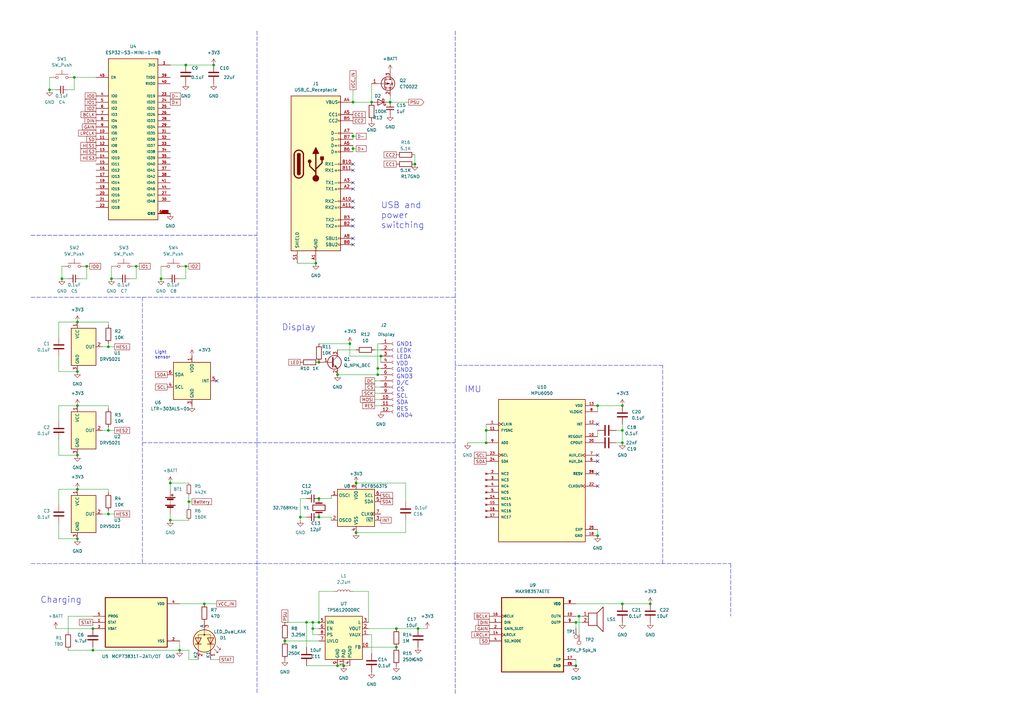
<source format=kicad_sch>
(kicad_sch (version 20211123) (generator eeschema)
  (paper "A3")
  (junction (at 199.39 176.53))
  (junction (at 38.1 257.81))
  (junction (at 255.27 181.61))
  (junction (at 130.81 255.27))
  (junction (at 130.81 204.47))
  (junction (at 125.73 255.27))
  (junction (at 170.18 67.31))
  (junction (at 144.78 60.96))
  (junction (at 83.82 247.65))
  (junction (at 245.11 166.37))
  (junction (at 69.85 213.36))
  (junction (at 138.43 273.05))
  (junction (at 44.45 142.24))
  (junction (at 255.27 166.37))
  (junction (at 128.27 255.27))
  (junction (at 87.63 26.67))
  (junction (at 30.48 31.75))
  (junction (at 154.94 153.67))
  (junction (at 44.45 176.53))
  (junction (at 156.21 146.05))
  (junction (at 144.78 55.88))
  (junction (at 237.49 252.73))
  (junction (at 162.56 257.81))
  (junction (at 236.22 255.27))
  (junction (at 130.81 212.09))
  (junction (at 116.84 262.89))
  (junction (at 44.45 210.82))
  (junction (at 129.54 107.95))
  (junction (at 199.39 181.61))
  (junction (at 152.4 41.91))
  (junction (at 31.75 166.37))
  (junction (at 45.72 114.3))
  (junction (at 143.51 140.97))
  (junction (at 69.85 198.12))
  (junction (at 31.75 186.69))
  (junction (at 66.04 114.3))
  (junction (at 25.4 114.3))
  (junction (at 20.32 36.83))
  (junction (at 236.22 273.05))
  (junction (at 266.7 247.65))
  (junction (at 140.97 273.05))
  (junction (at 245.11 219.71))
  (junction (at 38.1 266.7))
  (junction (at 55.88 109.22))
  (junction (at 146.05 218.44))
  (junction (at 162.56 265.43))
  (junction (at 255.27 176.53))
  (junction (at 160.02 41.91))
  (junction (at 171.45 257.81))
  (junction (at 31.75 220.98))
  (junction (at 130.81 148.59))
  (junction (at 73.66 266.7))
  (junction (at 128.27 257.81))
  (junction (at 154.94 151.13))
  (junction (at 31.75 200.66))
  (junction (at 31.75 152.4))
  (junction (at 35.56 109.22))
  (junction (at 31.75 132.08))
  (junction (at 255.27 247.65))
  (junction (at 77.47 205.74))
  (junction (at 123.19 212.09))
  (junction (at 76.2 109.22))
  (junction (at 138.43 153.67))
  (junction (at 144.78 41.91))
  (junction (at 146.05 198.12))
  (junction (at 76.2 26.67))
  (no_connect (at 144.78 69.85))
  (no_connect (at 144.78 92.71))
  (no_connect (at 245.11 199.39))
  (no_connect (at 144.78 67.31))
  (no_connect (at 245.11 194.31))
  (no_connect (at 245.11 173.99))
  (no_connect (at 144.78 82.55))
  (no_connect (at 88.9 156.21))
  (no_connect (at 144.78 90.17))
  (no_connect (at 144.78 85.09))
  (no_connect (at 144.78 100.33))
  (no_connect (at 144.78 97.79))
  (no_connect (at 245.11 189.23))
  (no_connect (at 144.78 77.47))
  (no_connect (at 245.11 186.69))
  (no_connect (at 144.78 74.93))
  (wire (pts (xy 77.47 270.51) (xy 77.47 266.7)))
  (wire (pts (xy 66.04 114.3) (xy 68.58 114.3)))
  (wire (pts (xy 27.94 252.73) (xy 27.94 259.08)))
  (wire (pts (xy 20.32 36.83) (xy 22.86 36.83)))
  (wire (pts (xy 45.72 109.22) (xy 45.72 114.3)))
  (wire (pts (xy 44.45 176.53) (xy 44.45 175.26)))
  (wire (pts (xy 38.1 266.7) (xy 38.1 265.43)))
  (wire (pts (xy 151.13 242.57) (xy 151.13 255.27)))
  (wire (pts (xy 152.4 260.35) (xy 152.4 267.97)))
  (polyline (pts (xy 12.7 231.14) (xy 58.42 231.14)))
  (wire (pts (xy 255.27 176.53) (xy 255.27 173.99)))
  (wire (pts (xy 123.19 212.09) (xy 123.19 213.36)))
  (wire (pts (xy 128.27 257.81) (xy 128.27 260.35)))
  (wire (pts (xy 130.81 140.97) (xy 143.51 140.97)))
  (wire (pts (xy 24.13 220.98) (xy 31.75 220.98)))
  (wire (pts (xy 156.21 146.05) (xy 156.21 148.59)))
  (polyline (pts (xy 58.42 181.61) (xy 105.41 181.61)))
  (wire (pts (xy 125.73 255.27) (xy 128.27 255.27)))
  (wire (pts (xy 153.67 156.21) (xy 156.21 156.21)))
  (wire (pts (xy 77.47 203.2) (xy 77.47 205.74)))
  (wire (pts (xy 45.72 114.3) (xy 48.26 114.3)))
  (wire (pts (xy 30.48 31.75) (xy 30.48 36.83)))
  (wire (pts (xy 69.85 198.12) (xy 69.85 200.66)))
  (wire (pts (xy 140.97 273.05) (xy 143.51 273.05)))
  (wire (pts (xy 166.37 218.44) (xy 166.37 213.36)))
  (wire (pts (xy 130.81 212.09) (xy 135.89 212.09)))
  (wire (pts (xy 170.18 63.5) (xy 170.18 67.31)))
  (wire (pts (xy 83.82 247.65) (xy 88.9 247.65)))
  (polyline (pts (xy 186.69 12.7) (xy 186.69 121.92)))
  (wire (pts (xy 44.45 201.93) (xy 44.45 200.66)))
  (polyline (pts (xy 271.78 231.14) (xy 271.78 149.86)))
  (wire (pts (xy 38.1 252.73) (xy 27.94 252.73)))
  (wire (pts (xy 76.2 109.22) (xy 77.47 109.22)))
  (wire (pts (xy 76.2 26.67) (xy 69.85 26.67)))
  (wire (pts (xy 144.78 59.69) (xy 144.78 60.96)))
  (wire (pts (xy 24.13 166.37) (xy 24.13 172.72)))
  (wire (pts (xy 236.22 252.73) (xy 237.49 252.73)))
  (polyline (pts (xy 271.78 149.86) (xy 186.69 149.86)))
  (wire (pts (xy 35.56 109.22) (xy 35.56 114.3)))
  (wire (pts (xy 125.73 204.47) (xy 123.19 204.47)))
  (wire (pts (xy 245.11 176.53) (xy 245.11 179.07)))
  (wire (pts (xy 123.19 204.47) (xy 123.19 212.09)))
  (wire (pts (xy 69.85 198.12) (xy 77.47 198.12)))
  (wire (pts (xy 55.88 109.22) (xy 55.88 114.3)))
  (wire (pts (xy 128.27 255.27) (xy 128.27 257.81)))
  (wire (pts (xy 130.81 242.57) (xy 137.16 242.57)))
  (wire (pts (xy 171.45 257.81) (xy 162.56 257.81)))
  (wire (pts (xy 237.49 252.73) (xy 237.49 260.35)))
  (wire (pts (xy 41.91 210.82) (xy 44.45 210.82)))
  (wire (pts (xy 81.28 270.51) (xy 77.47 270.51)))
  (wire (pts (xy 22.86 257.81) (xy 38.1 257.81)))
  (wire (pts (xy 25.4 114.3) (xy 27.94 114.3)))
  (wire (pts (xy 44.45 142.24) (xy 46.99 142.24)))
  (wire (pts (xy 151.13 265.43) (xy 162.56 265.43)))
  (polyline (pts (xy 58.42 121.92) (xy 58.42 231.14)))
  (wire (pts (xy 144.78 55.88) (xy 144.78 57.15)))
  (wire (pts (xy 154.94 153.67) (xy 156.21 153.67)))
  (wire (pts (xy 73.66 266.7) (xy 38.1 266.7)))
  (wire (pts (xy 44.45 200.66) (xy 31.75 200.66)))
  (wire (pts (xy 237.49 252.73) (xy 238.76 252.73)))
  (wire (pts (xy 44.45 167.64) (xy 44.45 166.37)))
  (wire (pts (xy 33.02 114.3) (xy 35.56 114.3)))
  (wire (pts (xy 153.67 161.29) (xy 156.21 161.29)))
  (wire (pts (xy 175.26 257.81) (xy 171.45 257.81)))
  (wire (pts (xy 30.48 31.75) (xy 39.37 31.75)))
  (wire (pts (xy 73.66 262.89) (xy 73.66 266.7)))
  (wire (pts (xy 53.34 114.3) (xy 55.88 114.3)))
  (polyline (pts (xy 12.7 121.92) (xy 105.41 121.92)))
  (wire (pts (xy 69.85 213.36) (xy 69.85 210.82)))
  (wire (pts (xy 128.27 255.27) (xy 130.81 255.27)))
  (polyline (pts (xy 105.41 181.61) (xy 186.69 181.61)))
  (wire (pts (xy 123.19 212.09) (xy 125.73 212.09)))
  (wire (pts (xy 135.89 204.47) (xy 135.89 203.2)))
  (wire (pts (xy 44.45 210.82) (xy 44.45 209.55)))
  (wire (pts (xy 44.45 210.82) (xy 46.99 210.82)))
  (polyline (pts (xy 105.41 231.14) (xy 186.69 231.14)))
  (wire (pts (xy 24.13 132.08) (xy 24.13 138.43)))
  (wire (pts (xy 236.22 247.65) (xy 255.27 247.65)))
  (wire (pts (xy 128.27 257.81) (xy 130.81 257.81)))
  (polyline (pts (xy 186.69 231.14) (xy 299.72 231.14)))
  (wire (pts (xy 24.13 146.05) (xy 24.13 152.4)))
  (wire (pts (xy 154.94 151.13) (xy 156.21 151.13)))
  (wire (pts (xy 252.73 181.61) (xy 255.27 181.61)))
  (wire (pts (xy 144.78 36.83) (xy 144.78 41.91)))
  (wire (pts (xy 125.73 273.05) (xy 138.43 273.05)))
  (wire (pts (xy 156.21 140.97) (xy 154.94 140.97)))
  (wire (pts (xy 24.13 152.4) (xy 31.75 152.4)))
  (wire (pts (xy 35.56 109.22) (xy 36.83 109.22)))
  (wire (pts (xy 44.45 132.08) (xy 31.75 132.08)))
  (wire (pts (xy 245.11 217.17) (xy 245.11 219.71)))
  (wire (pts (xy 255.27 181.61) (xy 255.27 176.53)))
  (wire (pts (xy 153.67 158.75) (xy 156.21 158.75)))
  (wire (pts (xy 77.47 205.74) (xy 77.47 208.28)))
  (wire (pts (xy 76.2 109.22) (xy 76.2 114.3)))
  (wire (pts (xy 44.45 133.35) (xy 44.45 132.08)))
  (wire (pts (xy 236.22 255.27) (xy 236.22 257.81)))
  (wire (pts (xy 152.4 34.29) (xy 152.4 41.91)))
  (wire (pts (xy 130.81 204.47) (xy 135.89 204.47)))
  (polyline (pts (xy 105.41 12.7) (xy 105.41 284.48)))
  (wire (pts (xy 66.04 109.22) (xy 66.04 114.3)))
  (wire (pts (xy 44.45 142.24) (xy 44.45 140.97)))
  (wire (pts (xy 144.78 242.57) (xy 151.13 242.57)))
  (wire (pts (xy 143.51 140.97) (xy 143.51 146.05)))
  (wire (pts (xy 199.39 181.61) (xy 199.39 176.53)))
  (wire (pts (xy 236.22 270.51) (xy 236.22 273.05)))
  (wire (pts (xy 153.67 166.37) (xy 156.21 166.37)))
  (wire (pts (xy 146.05 218.44) (xy 166.37 218.44)))
  (wire (pts (xy 151.13 257.81) (xy 162.56 257.81)))
  (wire (pts (xy 73.66 247.65) (xy 83.82 247.65)))
  (wire (pts (xy 73.66 114.3) (xy 76.2 114.3)))
  (wire (pts (xy 166.37 198.12) (xy 146.05 198.12)))
  (wire (pts (xy 138.43 153.67) (xy 154.94 153.67)))
  (wire (pts (xy 31.75 200.66) (xy 24.13 200.66)))
  (polyline (pts (xy 12.7 96.52) (xy 105.41 96.52)))
  (wire (pts (xy 146.05 143.51) (xy 138.43 143.51)))
  (wire (pts (xy 116.84 255.27) (xy 125.73 255.27)))
  (wire (pts (xy 41.91 176.53) (xy 44.45 176.53)))
  (wire (pts (xy 130.81 255.27) (xy 130.81 242.57)))
  (wire (pts (xy 41.91 142.24) (xy 44.45 142.24)))
  (wire (pts (xy 144.78 55.88) (xy 146.05 55.88)))
  (wire (pts (xy 143.51 146.05) (xy 156.21 146.05)))
  (wire (pts (xy 27.94 266.7) (xy 38.1 266.7)))
  (polyline (pts (xy 299.72 231.14) (xy 299.72 252.73)))
  (wire (pts (xy 24.13 180.34) (xy 24.13 186.69)))
  (wire (pts (xy 69.85 213.36) (xy 77.47 213.36)))
  (wire (pts (xy 44.45 166.37) (xy 31.75 166.37)))
  (wire (pts (xy 144.78 60.96) (xy 146.05 60.96)))
  (wire (pts (xy 24.13 200.66) (xy 24.13 207.01)))
  (wire (pts (xy 236.22 255.27) (xy 238.76 255.27)))
  (wire (pts (xy 86.36 270.51) (xy 90.17 270.51)))
  (wire (pts (xy 154.94 151.13) (xy 154.94 153.67)))
  (wire (pts (xy 87.63 26.67) (xy 76.2 26.67)))
  (polyline (pts (xy 186.69 121.92) (xy 105.41 121.92)))
  (wire (pts (xy 199.39 173.99) (xy 199.39 176.53)))
  (wire (pts (xy 78.74 205.74) (xy 77.47 205.74)))
  (wire (pts (xy 151.13 260.35) (xy 152.4 260.35)))
  (wire (pts (xy 245.11 166.37) (xy 255.27 166.37)))
  (wire (pts (xy 255.27 247.65) (xy 266.7 247.65)))
  (wire (pts (xy 153.67 163.83) (xy 156.21 163.83)))
  (wire (pts (xy 191.77 181.61) (xy 199.39 181.61)))
  (wire (pts (xy 160.02 39.37) (xy 160.02 41.91)))
  (wire (pts (xy 160.02 41.91) (xy 167.64 41.91)))
  (wire (pts (xy 31.75 166.37) (xy 24.13 166.37)))
  (wire (pts (xy 245.11 166.37) (xy 245.11 168.91)))
  (wire (pts (xy 24.13 186.69) (xy 31.75 186.69)))
  (wire (pts (xy 144.78 60.96) (xy 144.78 62.23)))
  (wire (pts (xy 24.13 214.63) (xy 24.13 220.98)))
  (wire (pts (xy 44.45 176.53) (xy 46.99 176.53)))
  (wire (pts (xy 55.88 109.22) (xy 57.15 109.22)))
  (polyline (pts (xy 58.42 231.14) (xy 105.41 231.14)))
  (wire (pts (xy 252.73 176.53) (xy 255.27 176.53)))
  (wire (pts (xy 27.94 36.83) (xy 30.48 36.83)))
  (wire (pts (xy 138.43 273.05) (xy 140.97 273.05)))
  (wire (pts (xy 130.81 260.35) (xy 128.27 260.35)))
  (wire (pts (xy 20.32 31.75) (xy 20.32 36.83)))
  (wire (pts (xy 77.47 266.7) (xy 73.66 266.7)))
  (wire (pts (xy 144.78 41.91) (xy 152.4 41.91)))
  (wire (pts (xy 166.37 205.74) (xy 166.37 198.12)))
  (wire (pts (xy 121.92 107.95) (xy 129.54 107.95)))
  (polyline (pts (xy 186.69 284.48) (xy 186.69 121.92)))
  (wire (pts (xy 25.4 109.22) (xy 25.4 114.3)))
  (wire (pts (xy 144.78 54.61) (xy 144.78 55.88)))
  (wire (pts (xy 154.94 140.97) (xy 154.94 151.13)))
  (wire (pts (xy 116.84 262.89) (xy 130.81 262.89)))
  (wire (pts (xy 125.73 255.27) (xy 125.73 265.43)))
  (wire (pts (xy 31.75 132.08) (xy 24.13 132.08)))
  (wire (pts (xy 135.89 212.09) (xy 135.89 213.36)))
  (wire (pts (xy 153.67 143.51) (xy 156.21 143.51)))
  (text "Light\nsensor" (at 63.5 147.32 0) (effects (font (size 1.27 1.27)) (justify left bottom)))
  (text "Charging\n" (at 16.51 247.65 0) (effects (font (size 2.54 2.54)) (justify left bottom)))
  (text "GND1\nLEDK\nLEDA\nVDD\nGND2\nGND3\nD/C\nCS\nSCL\nSDA\nRES\nGND4\n" (at 162.56 171.45 0) (effects (font (size 1.651 1.651)) (justify left bottom)))
  (text "Display\n" (at 115.57 135.89 0) (effects (font (size 2.54 2.54)) (justify left bottom)))
  (text "USB and\npower\nswitching\n" (at 156.21 93.98 0) (effects (font (size 2.54 2.54)) (justify left bottom)))
  (text "IMU\n" (at 190.5 161.29 0) (effects (font (size 2.54 2.54)) (justify left bottom)))
  (global_label "Battery" (shape passive) (at 78.74 205.74 0) (property "Intersheet References" "${INTERSHEET_REFS}" (effects hide)))
  (global_label "LRCLK" (shape passive) (at 39.37 54.61 180) (property "Intersheet References" "${INTERSHEET_REFS}" (effects hide)))
  (global_label "GAIN" (shape passive) (at 200.66 257.81 180) (property "Intersheet References" "${INTERSHEET_REFS}" (effects hide)))
  (global_label "SCL" (shape passive) (at 156.21 203.2 0) (property "Intersheet References" "${INTERSHEET_REFS}" (effects hide)))
  (global_label "GAIN" (shape passive) (at 39.37 52.07 180) (property "Intersheet References" "${INTERSHEET_REFS}" (effects hide)))
  (global_label "BCLK" (shape passive) (at 39.37 46.99 180) (property "Intersheet References" "${INTERSHEET_REFS}" (effects hide)))
  (global_label "STAT" (shape passive) (at 38.1 255.27 180) (property "Intersheet References" "${INTERSHEET_REFS}" (effects hide)))
  (global_label "CC1" (shape passive) (at 144.78 46.99 0) (property "Intersheet References" "${INTERSHEET_REFS}" (effects hide)))
  (global_label "HES2" (shape passive) (at 39.37 62.23 180) (property "Intersheet References" "${INTERSHEET_REFS}" (effects hide)))
  (global_label "DIN" (shape passive) (at 39.37 49.53 180) (property "Intersheet References" "${INTERSHEET_REFS}" (effects hide)))
  (global_label "IO0" (shape passive) (at 39.37 39.37 180) (property "Intersheet References" "${INTERSHEET_REFS}" (effects hide)))
  (global_label "IO0" (shape passive) (at 36.83 109.22 0) (property "Intersheet References" "${INTERSHEET_REFS}" (effects hide)))
  (global_label "D+" (shape passive) (at 69.85 41.91 0) (property "Intersheet References" "${INTERSHEET_REFS}" (effects hide)))
  (global_label "CS" (shape passive) (at 153.67 158.75 180) (property "Intersheet References" "${INTERSHEET_REFS}" (effects hide)))
  (global_label "SDA" (shape passive) (at 68.58 153.67 180) (property "Intersheet References" "${INTERSHEET_REFS}" (effects hide)))
  (global_label "IO2" (shape passive) (at 77.47 109.22 0) (property "Intersheet References" "${INTERSHEET_REFS}" (effects hide)))
  (global_label "HES2" (shape passive) (at 46.99 176.53 0) (property "Intersheet References" "${INTERSHEET_REFS}" (effects hide)))
  (global_label "SCL" (shape passive) (at 199.39 186.69 180) (property "Intersheet References" "${INTERSHEET_REFS}" (effects hide)))
  (global_label "CC2" (shape passive) (at 162.56 63.5 180) (property "Intersheet References" "${INTERSHEET_REFS}" (effects hide)))
  (global_label "SD" (shape passive) (at 39.37 57.15 180) (property "Intersheet References" "${INTERSHEET_REFS}" (effects hide)))
  (global_label "DIN" (shape passive) (at 200.66 255.27 180) (property "Intersheet References" "${INTERSHEET_REFS}" (effects hide)))
  (global_label "RES" (shape passive) (at 153.67 166.37 180) (property "Intersheet References" "${INTERSHEET_REFS}" (effects hide)))
  (global_label "SCL" (shape passive) (at 68.58 158.75 180) (property "Intersheet References" "${INTERSHEET_REFS}" (effects hide)))
  (global_label "CC2" (shape passive) (at 144.78 49.53 0) (property "Intersheet References" "${INTERSHEET_REFS}" (effects hide)))
  (global_label "VCC_IN" (shape passive) (at 144.78 36.83 90) (property "Intersheet References" "${INTERSHEET_REFS}" (effects hide)))
  (global_label "SCK" (shape passive) (at 153.67 161.29 180) (property "Intersheet References" "${INTERSHEET_REFS}" (effects hide)))
  (global_label "D-" (shape passive) (at 69.85 39.37 0) (property "Intersheet References" "${INTERSHEET_REFS}" (effects hide)))
  (global_label "HES1" (shape passive) (at 39.37 59.69 180) (property "Intersheet References" "${INTERSHEET_REFS}" (effects hide)))
  (global_label "PSU" (shape passive) (at 116.84 255.27 90) (property "Intersheet References" "${INTERSHEET_REFS}" (effects hide)))
  (global_label "SDA" (shape passive) (at 199.39 189.23 180) (property "Intersheet References" "${INTERSHEET_REFS}" (effects hide)))
  (global_label "D+" (shape passive) (at 146.05 60.96 0) (property "Intersheet References" "${INTERSHEET_REFS}" (effects hide)))
  (global_label "CC1" (shape passive) (at 162.56 67.31 180) (property "Intersheet References" "${INTERSHEET_REFS}" (effects hide)))
  (global_label "HES1" (shape passive) (at 46.99 142.24 0) (property "Intersheet References" "${INTERSHEET_REFS}" (effects hide)))
  (global_label "STAT" (shape passive) (at 90.17 270.51 0) (property "Intersheet References" "${INTERSHEET_REFS}" (effects hide)))
  (global_label "VCC_IN" (shape passive) (at 88.9 247.65 0) (property "Intersheet References" "${INTERSHEET_REFS}" (effects hide)))
  (global_label "IO1" (shape passive) (at 57.15 109.22 0) (property "Intersheet References" "${INTERSHEET_REFS}" (effects hide)))
  (global_label "BCLK" (shape passive) (at 200.66 252.73 180) (property "Intersheet References" "${INTERSHEET_REFS}" (effects hide)))
  (global_label "INT" (shape passive) (at 156.21 213.36 0) (property "Intersheet References" "${INTERSHEET_REFS}" (effects hide)))
  (global_label "SD" (shape passive) (at 200.66 262.89 180) (property "Intersheet References" "${INTERSHEET_REFS}" (effects hide)))
  (global_label "PSU" (shape output) (at 167.64 41.91 0) (property "Intersheet References" "${INTERSHEET_REFS}" (effects hide)))
  (global_label "IO1" (shape passive) (at 39.37 41.91 180) (property "Intersheet References" "${INTERSHEET_REFS}" (effects hide)))
  (global_label "HES3" (shape passive) (at 39.37 64.77 180) (property "Intersheet References" "${INTERSHEET_REFS}" (effects hide)))
  (global_label "MOSI" (shape passive) (at 153.67 163.83 180) (property "Intersheet References" "${INTERSHEET_REFS}" (effects hide)))
  (global_label "IO2" (shape passive) (at 39.37 44.45 180) (property "Intersheet References" "${INTERSHEET_REFS}" (effects hide)))
  (global_label "LRCLK" (shape passive) (at 200.66 260.35 180) (property "Intersheet References" "${INTERSHEET_REFS}" (effects hide)))
  (global_label "DC" (shape passive) (at 153.67 156.21 180) (property "Intersheet References" "${INTERSHEET_REFS}" (effects hide)))
  (global_label "HES3" (shape passive) (at 46.99 210.82 0) (property "Intersheet References" "${INTERSHEET_REFS}" (effects hide)))
  (global_label "SDA" (shape passive) (at 156.21 205.74 0) (property "Intersheet References" "${INTERSHEET_REFS}" (effects hide)))
  (global_label "D-" (shape passive) (at 146.05 55.88 0) (property "Intersheet References" "${INTERSHEET_REFS}" (effects hide)))
  (global_label "LED" (shape passive) (at 123.19 148.59 180) (property "Intersheet References" "${INTERSHEET_REFS}" (effects hide)))
  (symbol (lib_id "power:GND") (at 87.63 34.29 0) (mirror y) (unit 1)
    (property "Reference" "#PWR0109" (effects hide))
    (property "Value" "GND" (at 87.63 39.37 0))
  )
  (symbol (lib_id "Sensor_Magnetic:DRV5033AJxDBZ") (at 34.29 142.24 0) (unit 1)
    (property "Reference" "U1" (at 49.53 144.78 0) (effects (justify right)))
    (property "Value" "DRV5021" (at 49.53 147.32 0) (effects (justify right)))
    (property "Footprint" "Package_TO_SOT_SMD:SOT-23" (effects hide))
    (property "Datasheet" "https://www.ti.com/lit/ds/symlink/drv5033.pdf" (effects hide))
  )
  (symbol (lib_id "Device:R") (at 152.4 45.72 180) (unit 1)
    (property "Reference" "R13" (at 154.94 48.26 0))
    (property "Value" "100K" (at 156.21 45.72 0))
    (property "Footprint" "Resistor_SMD:R_0402_1005Metric" (effects hide))
  )
  (symbol (lib_id "Device:R") (at 162.56 269.24 0) (unit 1)
    (property "Reference" "R15" (at 165.1 267.9699 0) (effects (justify left)))
    (property "Value" "250K" (at 165.1 270.5099 0) (effects (justify left)))
    (property "Footprint" "Resistor_SMD:R_0402_1005Metric" (effects hide))
  )
  (symbol (lib_id "Device:R") (at 44.45 137.16 0) (unit 1)
    (property "Reference" "R2" (at 46.99 135.8899 0) (effects (justify left)))
    (property "Value" "10K" (at 46.99 138.4299 0) (effects (justify left)))
    (property "Footprint" "Resistor_SMD:R_0402_1005Metric" (effects hide))
  )
  (symbol (lib_id "power:GND") (at 146.05 218.44 0) (unit 1)
    (property "Reference" "#PWR0134" (effects hide))
    (property "Value" "GND" (effects hide))
  )
  (symbol (lib_id "Device:C") (at 152.4 271.78 0) (unit 1)
    (property "Reference" "C14" (at 154.94 270.51 0) (effects (justify left)))
    (property "Value" "0.1uF" (at 154.94 273.05 0) (effects (justify left)))
    (property "Footprint" "Capacitor_SMD:C_0402_1005Metric" (effects hide))
  )
  (symbol (lib_id "Device:C") (at 255.27 170.18 180) (unit 1)
    (property "Reference" "C20" (at 259.08 168.9099 0) (effects (justify right)))
    (property "Value" "0.1uF" (at 259.08 171.4499 0) (effects (justify right)))
    (property "Footprint" "Capacitor_SMD:C_0402_1005Metric" (effects hide))
  )
  (symbol (lib_id "Device:R") (at 166.37 63.5 270) (unit 1)
    (property "Reference" "R16" (at 166.37 58.42 90))
    (property "Value" "5.1K" (at 166.37 60.96 90))
    (property "Footprint" "Resistor_SMD:R_0402_1005Metric" (effects hide))
  )
  (symbol (lib_id "Device:C_Small") (at 50.8 114.3 270) (mirror x) (unit 1)
    (property "Reference" "C7" (at 50.8 119.38 90))
    (property "Value" "0.1uF" (at 50.8 116.84 90))
    (property "Footprint" "Capacitor_SMD:C_0402_1005Metric" (effects hide))
  )
  (symbol (lib_id "Device:C") (at 24.13 210.82 0) (unit 1)
    (property "Reference" "C3" (at 17.78 209.55 0) (effects (justify left)))
    (property "Value" "0.1uF" (at 15.24 212.09 0) (effects (justify left)))
    (property "Footprint" "Capacitor_SMD:C_0402_1005Metric" (effects hide))
  )
  (symbol (lib_id "Device:C") (at 38.1 261.62 0) (unit 1)
    (property "Reference" "C6" (at 31.75 260.35 0) (effects (justify left)))
    (property "Value" "4.7uF" (at 30.48 262.89 0) (effects (justify left)))
    (property "Footprint" "Capacitor_SMD:C_0402_1005Metric" (effects hide))
  )
  (symbol (lib_id "power:GND") (at 266.7 255.27 0) (unit 1)
    (property "Reference" "#PWR0137" (effects hide))
    (property "Value" "GND" (at 266.7 260.35 0))
  )
  (symbol (lib_id "power:GND") (at 255.27 181.61 0) (unit 1)
    (property "Reference" "#PWR0144" (effects hide))
    (property "Value" "GND" (at 255.27 186.69 0))
  )
  (symbol (lib_id "power:GND") (at 78.74 166.37 0) (unit 1)
    (property "Reference" "#PWR0106" (effects hide))
    (property "Value" "GND" (effects hide))
  )
  (symbol (lib_id "power:GND") (at 160.02 46.99 0) (unit 1)
    (property "Reference" "#PWR0118" (effects hide))
    (property "Value" "GND" (at 160.02 52.07 0))
  )
  (symbol (lib_id "power:GND") (at 129.54 107.95 0) (unit 1)
    (property "Reference" "#PWR0121" (effects hide))
    (property "Value" "GND" (at 129.54 113.03 0))
  )
  (symbol (lib_id "Switch:SW_Push") (at 25.4 31.75 0) (mirror y) (unit 1)
    (property "Reference" "SW1" (at 25.4 24.13 0))
    (property "Value" "SW_Push" (at 25.4 26.67 0))
  )
  (symbol (lib_id "power:GND") (at 191.77 181.61 0) (unit 1)
    (property "Reference" "#PWR0142" (effects hide))
    (property "Value" "GND" (at 191.77 186.69 0))
  )
  (symbol (lib_id "Device:R") (at 116.84 259.08 0) (unit 1)
    (property "Reference" "R8" (at 119.38 257.8099 0) (effects (justify left)))
    (property "Value" "3.25M" (at 119.38 260.35 0) (effects (justify left)))
    (property "Footprint" "Resistor_SMD:R_0402_1005Metric" (effects hide))
  )
  (symbol (lib_id "Device:R") (at 162.56 261.62 0) (unit 1)
    (property "Reference" "R14" (at 165.1 260.3499 0) (effects (justify left)))
    (property "Value" "1M" (at 165.1 262.8899 0) (effects (justify left)))
    (property "Footprint" "Resistor_SMD:R_0402_1005Metric" (effects hide))
  )
  (symbol (lib_id "Device:R") (at 44.45 171.45 0) (unit 1)
    (property "Reference" "R3" (at 46.99 170.1799 0) (effects (justify left)))
    (property "Value" "10K" (at 46.99 172.7199 0) (effects (justify left)))
    (property "Footprint" "Resistor_SMD:R_0402_1005Metric" (effects hide))
  )
  (symbol (lib_id "power:+3.3V") (at 255.27 166.37 0) (unit 1)
    (property "Reference" "#PWR0145" (effects hide))
    (property "Value" "+3.3V" (at 255.27 161.29 0))
  )
  (symbol (lib_id "MAX98357AETE:MAX98357AETE") (at 218.44 260.35 0) (unit 1)
    (property "Reference" "U9" (at 218.44 240.03 0))
    (property "Value" "MAX98357AETE" (at 218.44 242.57 0))
    (property "Footprint" "footprint:QFN50P300X300X80-17N" (effects hide))
    (property "Price" "None" (effects hide))
    (property "MF" "Maxim Integrated" (effects hide))
    (property "Description" "Audio Amp Speaker 1-CH Mono Class-D 16-Pin TQFN EP T/R" (effects hide))
    (property "Package" "TQFN-16 Maxim" (effects hide))
    (property "Availability" "Unavailable" (effects hide))
    (property "MP" "MAX98357AETE" (effects hide))
  )
  (symbol (lib_id "power:GND") (at 116.84 270.51 0) (unit 1)
    (property "Reference" "#PWR0126" (effects hide))
    (property "Value" "GND" (at 116.84 275.59 0))
  )
  (symbol (lib_id "power:+3.3V") (at 31.75 132.08 0) (unit 1)
    (property "Reference" "#PWR0113" (effects hide))
    (property "Value" "+3.3V" (at 31.75 127 0))
  )
  (symbol (lib_id "power:GND") (at 73.66 266.7 0) (unit 1)
    (property "Reference" "#PWR0123" (effects hide))
    (property "Value" "GND" (at 69.85 269.24 0))
  )
  (symbol (lib_id "power:GND") (at 66.04 114.3 0) (mirror y) (unit 1)
    (property "Reference" "#PWR0103" (effects hide))
    (property "Value" "GND" (at 66.04 119.38 0))
  )
  (symbol (lib_id "Timer_RTC:PCF8563TS") (at 146.05 208.28 0) (unit 1)
    (property "Reference" "U8" (at 140.97 199.39 0) (effects (justify left)))
    (property "Value" "PCF8563TS" (at 148.0694 199.39 0) (effects (justify left)))
    (property "Footprint" "rtc:SON50P300X300X100-11N" (effects hide))
    (property "Datasheet" "https://assets.nexperia.com/documents/data-sheet/PCF8563.pdf" (effects hide))
  )
  (symbol (lib_id "Device:R") (at 83.82 251.46 180) (unit 1)
    (property "Reference" "R7" (at 86.36 250.1899 0) (effects (justify right)))
    (property "Value" "470" (at 86.36 252.7299 0) (effects (justify right)))
    (property "Footprint" "Resistor_SMD:R_0402_1005Metric" (effects hide))
  )
  (symbol (lib_id "power:GND") (at 31.75 152.4 0) (unit 1)
    (property "Reference" "#PWR0114" (effects hide))
    (property "Value" "GND" (at 31.75 157.48 0))
  )
  (symbol (lib_id "power:GND") (at 76.2 34.29 0) (mirror y) (unit 1)
    (property "Reference" "#PWR0108" (effects hide))
    (property "Value" "GND" (at 76.2 39.37 0))
  )
  (symbol (lib_id "Device:R") (at 116.84 266.7 0) (unit 1)
    (property "Reference" "R9" (at 119.38 265.4299 0) (effects (justify left)))
    (property "Value" "250K" (at 118.11 267.97 0) (effects (justify left)))
    (property "Footprint" "Resistor_SMD:R_0402_1005Metric" (effects hide))
  )
  (symbol (lib_id "ESP32-S3-MINI-1-N8:ESP32-S3-MINI-1-N8") (at 54.61 57.15 0) (unit 1)
    (property "Reference" "U4" (at 54.61 19.05 0))
    (property "Value" "ESP32-S3-MINI-1-N8" (at 54.61 21.59 0))
    (property "Footprint" "footprint:XCVR_ESP32-S3-MINI-1-N8" (effects hide))
    (property "STANDARD" "Manufacturer Recommendations" (effects hide))
    (property "MAXIMUM_PACKAGE_HEIGHT" "2.55mm" (effects hide))
    (property "MANUFACTURER" "Espressif" (effects hide))
    (property "PARTREV" "v0.6" (effects hide))
  )
  (symbol (lib_id "Sensor_Optical:LTR-303ALS-01") (at 78.74 156.21 0) (unit 1)
    (property "Reference" "U6" (at 64.77 165.1 0))
    (property "Value" "LTR-303ALS-01" (at 69.85 167.64 0))
    (property "Footprint" "OptoDevice:Lite-On_LTR-303ALS-01" (effects hide))
    (property "Datasheet" "http://optoelectronics.liteon.com/upload/download/DS86-2013-0004/LTR-303ALS-01_DS_V1.pdf" (effects hide))
  )
  (symbol (lib_id "Connector:TestPoint") (at 236.22 257.81 180) (unit 1)
    (property "Reference" "TP1" (at 232.41 259.08 0) (effects (justify right)))
    (property "Value" "SPK_P" (at 232.41 266.7 0) (effects (justify right)))
  )
  (symbol (lib_id "Connector:Conn_01x12_Female") (at 161.29 153.67 0) (unit 1)
    (property "Reference" "J2" (at 156.21 133.35 0) (effects (justify left)))
    (property "Value" "Display" (at 154.94 137.16 0) (effects (justify left)))
    (property "Footprint" "OSSM_MKIII:Display ribbon connector" (effects hide))
  )
  (symbol (lib_id "Device:C") (at 24.13 142.24 0) (unit 1)
    (property "Reference" "C1" (at 17.78 140.97 0) (effects (justify left)))
    (property "Value" "0.1uF" (at 15.24 143.51 0) (effects (justify left)))
    (property "Footprint" "Capacitor_SMD:C_0402_1005Metric" (effects hide))
  )
  (symbol (lib_id "Connector:TestPoint") (at 237.49 260.35 180) (unit 1)
    (property "Reference" "TP2" (at 240.03 262.3819 0) (effects (justify right)))
    (property "Value" "Spk_N" (at 238.76 266.7 0) (effects (justify right)))
  )
  (symbol (lib_id "power:+3.3V") (at 146.05 198.12 0) (unit 1)
    (property "Reference" "#PWR0133" (effects hide))
    (property "Value" "+3.3V" (at 146.05 194.31 0))
  )
  (symbol (lib_id "power:GND") (at 31.75 186.69 0) (unit 1)
    (property "Reference" "#PWR0130" (effects hide))
    (property "Value" "GND" (at 31.75 191.77 0))
  )
  (symbol (lib_id "power:GND") (at 152.4 49.53 0) (unit 1)
    (property "Reference" "#PWR0117" (effects hide))
    (property "Value" "GND" (at 152.4 53.34 0))
  )
  (symbol (lib_id "power:GND") (at 69.85 87.63 0) (unit 1)
    (property "Reference" "#PWR0111" (effects hide))
    (property "Value" "GND" (at 69.85 92.71 0))
  )
  (symbol (lib_id "power:GND") (at 140.97 273.05 0) (unit 1)
    (property "Reference" "#PWR0127" (effects hide))
    (property "Value" "GND" (at 140.97 278.13 0))
  )
  (symbol (lib_id "Device:R") (at 149.86 143.51 90) (unit 1)
    (property "Reference" "R12" (at 149.86 137.16 90))
    (property "Value" "10" (at 149.86 139.7 90))
    (property "Footprint" "Resistor_SMD:R_0402_1005Metric" (effects hide))
  )
  (symbol (lib_id "Device:L") (at 140.97 242.57 90) (unit 1)
    (property "Reference" "L1" (at 140.97 236.22 90))
    (property "Value" "2.2uH" (at 140.97 238.76 90))
    (property "Footprint" "Inductor_SMD:L_1008_2520Metric_Pad1.43x2.20mm_HandSolder" (effects hide))
  )
  (symbol (lib_id "Device:C_Small") (at 128.27 212.09 270) (unit 1)
    (property "Reference" "C13" (at 129.54 214.63 90))
    (property "Value" "12pF" (at 129.54 217.17 90))
    (property "Footprint" "Capacitor_SMD:C_0402_1005Metric" (effects hide))
  )
  (symbol (lib_id "power:+3.3V") (at 87.63 26.67 0) (mirror y) (unit 1)
    (property "Reference" "#PWR0110" (effects hide))
    (property "Value" "+3.3V" (at 87.63 21.59 0))
  )
  (symbol (lib_id "MCP73831T-2ATI_OT:MCP73831T-2ATI{slash}OT") (at 55.88 255.27 0) (unit 1)
    (property "Reference" "U5" (at 43.18 269.24 0))
    (property "Value" "MCP73831T-2ATI/OT" (at 55.88 269.24 0))
    (property "Footprint" "Package_TO_SOT_SMD:SOT-23-5" (effects hide))
  )
  (symbol (lib_id "Device:C") (at 171.45 261.62 180) (unit 1)
    (property "Reference" "C17" (at 168.91 254 0))
    (property "Value" "10uF" (at 168.91 256.54 0))
    (property "Footprint" "Capacitor_SMD:C_0402_1005Metric" (effects hide))
  )
  (symbol (lib_id "Device:C") (at 248.92 181.61 270) (unit 1)
    (property "Reference" "C19" (at 259.08 184.15 90))
    (property "Value" "22nF" (at 259.08 181.61 90))
    (property "Footprint" "Capacitor_SMD:C_0402_1005Metric" (effects hide))
  )
  (symbol (lib_id "Device:C_Small") (at 160.02 44.45 0) (unit 1)
    (property "Reference" "C15" (at 162.56 43.1862 0) (effects (justify left)))
    (property "Value" "1uF" (at 162.56 45.7262 0) (effects (justify left)))
    (property "Footprint" "Capacitor_SMD:C_0402_1005Metric" (effects hide))
  )
  (symbol (lib_id "Device:R") (at 127 148.59 90) (unit 1)
    (property "Reference" "R10" (at 127 151.13 90) (effects (justify left)))
    (property "Value" "1K" (at 130.81 151.13 90) (effects (justify left)))
    (property "Footprint" "Resistor_SMD:R_0402_1005Metric" (effects hide))
  )
  (symbol (lib_id "power:+3.3V") (at 266.7 247.65 0) (unit 1)
    (property "Reference" "#PWR0139" (effects hide))
    (property "Value" "+3.3V" (at 266.7 242.57 0))
  )
  (symbol (lib_id "Regulator_Switching:TPS61200DRC") (at 140.97 260.35 0) (unit 1)
    (property "Reference" "U7" (at 140.97 247.65 0))
    (property "Value" "TPS61200DRC" (at 140.97 250.19 0))
    (property "Footprint" "Package_SON:Texas_S-PVSON-N10_ThermalVias" (effects hide))
    (property "Datasheet" "http://www.ti.com/lit/ds/symlink/tps61200.pdf" (effects hide))
  )
  (symbol (lib_id "Device:C") (at 87.63 30.48 0) (mirror y) (unit 1)
    (property "Reference" "C10" (at 93.98 27.94 0) (effects (justify left)))
    (property "Value" "22uF" (at 96.52 31.75 0) (effects (justify left)))
    (property "Footprint" "Capacitor_SMD:C_0402_1005Metric" (effects hide))
  )
  (symbol (lib_id "Device:Q_NPN_BEC") (at 135.89 148.59 0) (unit 1)
    (property "Reference" "Q1" (at 140.97 147.3199 0) (effects (justify left)))
    (property "Value" "Q_NPN_BEC" (at 140.97 149.8599 0) (effects (justify left)))
    (property "Footprint" "Package_TO_SOT_SMD:SOT-523" (effects hide))
  )
  (symbol (lib_id "Device:Q_PMOS_GSD") (at 157.48 34.29 0) (unit 1)
    (property "Reference" "Q2" (at 163.83 33.0199 0) (effects (justify left)))
    (property "Value" "C70022" (at 163.83 35.5599 0) (effects (justify left)))
    (property "Footprint" "Package_TO_SOT_SMD:SOT-723" (effects hide))
  )
  (symbol (lib_id "power:+3.3V") (at 143.51 140.97 0) (unit 1)
    (property "Reference" "#PWR0120" (effects hide))
    (property "Value" "+3.3V" (at 143.51 135.89 0))
  )
  (symbol (lib_id "Device:R_Small") (at 77.47 210.82 0) (unit 1)
    (property "Reference" "R6" (at 79.756 209.5499 0) (effects (justify left)))
    (property "Value" "160K" (at 79.756 212.0899 0) (effects (justify left)))
    (property "Footprint" "Resistor_SMD:R_0402_1005Metric" (effects hide))
  )
  (symbol (lib_id "power:GND") (at 162.56 273.05 0) (unit 1)
    (property "Reference" "#PWR0128" (effects hide))
    (property "Value" "GND" (at 162.56 278.13 0))
  )
  (symbol (lib_id "power:GND") (at 245.11 219.71 0) (unit 1)
    (property "Reference" "#PWR0143" (effects hide))
    (property "Value" "GND" (at 245.11 224.79 0))
  )
  (symbol (lib_id "power:+BATT") (at 160.02 29.21 0) (unit 1)
    (property "Reference" "#PWR0116" (effects hide))
    (property "Value" "+BATT" (at 160.02 24.13 0))
  )
  (symbol (lib_id "Connector:USB_C_Receptacle") (at 129.54 67.31 0) (unit 1)
    (property "Reference" "J1" (at 129.54 34.29 0))
    (property "Value" "USB_C_Receptacle" (at 129.54 36.83 0))
    (property "Footprint" "Connector_USB:USB_C_Receptacle_JAE_DX07S016JA1R1500" (effects hide))
    (property "Datasheet" "https://www.usb.org/sites/default/files/documents/usb_type-c.zip" (effects hide))
  )
  (symbol (lib_id "Device:R") (at 130.81 144.78 0) (unit 1)
    (property "Reference" "R11" (at 132.08 142.24 0) (effects (justify left)))
    (property "Value" "10K" (at 132.08 144.78 0) (effects (justify left)))
    (property "Footprint" "Resistor_SMD:R_0402_1005Metric" (effects hide))
  )
  (symbol (lib_id "Device:R") (at 166.37 67.31 270) (unit 1)
    (property "Reference" "R17" (at 166.37 72.39 90))
    (property "Value" "5.1K" (at 166.37 69.85 90))
    (property "Footprint" "Resistor_SMD:R_0402_1005Metric" (effects hide))
  )
  (symbol (lib_id "power:GND") (at 69.85 213.36 0) (unit 1)
    (property "Reference" "#PWR0101" (effects hide))
    (property "Value" "GND" (at 69.85 218.44 0))
  )
  (symbol (lib_id "Device:C") (at 248.92 176.53 90) (unit 1)
    (property "Reference" "C18" (at 259.08 175.26 90))
    (property "Value" "0.1uF" (at 259.08 177.8 90))
    (property "Footprint" "Capacitor_SMD:C_0402_1005Metric" (effects hide))
  )
  (symbol (lib_id "Device:R") (at 27.94 262.89 180) (unit 1)
    (property "Reference" "R1" (at 24.13 261.62 0))
    (property "Value" "TBD" (at 24.13 264.16 0))
    (property "Footprint" "Resistor_SMD:R_0402_1005Metric" (effects hide))
  )
  (symbol (lib_id "power:GND") (at 255.27 255.27 0) (unit 1)
    (property "Reference" "#PWR0138" (effects hide))
    (property "Value" "GND" (at 255.27 260.35 0))
  )
  (symbol (lib_id "Device:C") (at 166.37 209.55 180) (unit 1)
    (property "Reference" "C16" (at 171.45 210.82 0))
    (property "Value" "0.1uF" (at 172.72 208.28 0))
    (property "Footprint" "Capacitor_SMD:C_0402_1005Metric" (effects hide))
  )
  (symbol (lib_id "Device:C") (at 24.13 176.53 0) (unit 1)
    (property "Reference" "C2" (at 17.78 175.26 0) (effects (justify left)))
    (property "Value" "0.1uF" (at 15.24 177.8 0) (effects (justify left)))
    (property "Footprint" "Capacitor_SMD:C_0402_1005Metric" (effects hide))
  )
  (symbol (lib_id "Device:C") (at 125.73 269.24 180) (unit 1)
    (property "Reference" "C11" (at 129.54 269.24 0))
    (property "Value" "10uF" (at 129.54 266.7 0))
    (property "Footprint" "Capacitor_SMD:C_0402_1005Metric" (effects hide))
  )
  (symbol (lib_id "power:+3.3V") (at 78.74 146.05 0) (unit 1)
    (property "Reference" "#PWR0105" (effects hide))
    (property "Value" "+3.3V" (at 83.82 143.51 0))
  )
  (symbol (lib_id "Device:LED_Dual_KAK") (at 83.82 262.89 270) (unit 1)
    (property "Reference" "D1" (at 90.17 261.62 90) (effects (justify left)))
    (property "Value" "LED_Dual_KAK" (at 87.63 259.08 90) (effects (justify left)))
    (property "Footprint" "LED_SMD:LED_LiteOn_LTST-S326" (effects hide))
  )
  (symbol (lib_id "Device:C_Small") (at 25.4 36.83 270) (mirror x) (unit 1)
    (property "Reference" "C4" (at 25.4 41.91 90))
    (property "Value" "0.1uF" (at 25.4 39.37 90))
    (property "Footprint" "Capacitor_SMD:C_0402_1005Metric" (effects hide))
  )
  (symbol (lib_id "Device:C_Small") (at 71.12 114.3 270) (mirror x) (unit 1)
    (property "Reference" "C8" (at 71.12 119.38 90))
    (property "Value" "0.1uF" (at 71.12 116.84 90))
    (property "Footprint" "Capacitor_SMD:C_0402_1005Metric" (effects hide))
  )
  (symbol (lib_id "Device:C_Small") (at 30.48 114.3 270) (mirror x) (unit 1)
    (property "Reference" "C5" (at 30.48 119.38 90))
    (property "Value" "0.1uF" (at 30.48 116.84 90))
    (property "Footprint" "Capacitor_SMD:C_0402_1005Metric" (effects hide))
  )
  (symbol (lib_id "MPU6050:MPU6050") (at 222.25 191.77 0) (unit 1)
    (property "Reference" "U10" (at 222.25 158.75 0))
    (property "Value" "MPU6050" (at 222.25 161.29 0))
    (property "Footprint" "Package_DFN_QFN:QFN-24-1EP_4x4mm_P0.5mm_EP2.6x2.6mm" (effects hide))
    (property "MANUFACTURER" "TDK InvenSense" (effects hide))
    (property "MAXIMUM_PACKAGE_HEIGHT" "0.95 mm" (effects hide))
    (property "STANDARD" "Manufacturer Recommendations" (effects hide))
    (property "PARTREV" "3.4" (effects hide))
  )
  (symbol (lib_id "Device:C") (at 266.7 251.46 0) (unit 1)
    (property "Reference" "C22" (at 270.51 250.1899 0) (effects (justify left)))
    (property "Value" "10uF" (at 269.24 252.73 0) (effects (justify left)))
    (property "Footprint" "Capacitor_SMD:C_0402_1005Metric" (effects hide))
  )
  (symbol (lib_id "power:GND") (at 156.21 168.91 0) (unit 1)
    (property "Reference" "#PWR0140" (effects hide))
    (property "Value" "GND" (at 156.21 173.99 0))
  )
  (symbol (lib_id "Switch:SW_Push") (at 71.12 109.22 0) (mirror y) (unit 1)
    (property "Reference" "SW4" (at 71.12 101.6 0))
    (property "Value" "SW_Push" (at 71.12 104.14 0))
  )
  (symbol (lib_id "power:+BATT") (at 69.85 198.12 0) (unit 1)
    (property "Reference" "#PWR0102" (effects hide))
    (property "Value" "+BATT" (at 69.85 193.04 0))
  )
  (symbol (lib_id "power:GND") (at 138.43 153.67 0) (unit 1)
    (property "Reference" "#PWR0141" (effects hide))
    (property "Value" "GND" (at 138.43 158.75 0))
  )
  (symbol (lib_id "Device:C_Small") (at 128.27 204.47 90) (unit 1)
    (property "Reference" "C12" (at 125.73 199.39 90))
    (property "Value" "12pF" (at 125.73 201.93 90))
    (property "Footprint" "Capacitor_SMD:C_0402_1005Metric" (effects hide))
  )
  (symbol (lib_id "Device:Crystal") (at 130.81 208.28 90) (unit 1)
    (property "Reference" "Y1" (at 124.46 208.28 90) (effects (justify right)))
    (property "Value" "32.768KHz" (at 111.76 208.28 90) (effects (justify right)))
    (property "Footprint" "Crystal:Crystal_SMD_3215-2Pin_3.2x1.5mm" (effects hide))
  )
  (symbol (lib_id "power:GND") (at 20.32 36.83 0) (mirror y) (unit 1)
    (property "Reference" "#PWR0107" (effects hide))
    (property "Value" "GND" (at 20.32 41.91 0))
  )
  (symbol (lib_id "Switch:SW_Push") (at 30.48 109.22 0) (mirror y) (unit 1)
    (property "Reference" "SW2" (at 30.48 101.6 0))
    (property "Value" "SW_Push" (at 30.48 104.14 0))
  )
  (symbol (lib_id "power:GND") (at 171.45 265.43 0) (unit 1)
    (property "Reference" "#PWR0124" (effects hide))
    (property "Value" "GND" (at 171.45 270.51 0))
  )
  (symbol (lib_id "power:GND") (at 152.4 275.59 0) (unit 1)
    (property "Reference" "#PWR0129" (effects hide))
    (property "Value" "GND" (at 152.4 280.67 0))
  )
  (symbol (lib_id "Device:R_Small") (at 77.47 200.66 0) (unit 1)
    (property "Reference" "R5" (at 79.756 199.3899 0) (effects (justify left)))
    (property "Value" "442K" (at 79.756 201.9299 0) (effects (justify left)))
    (property "Footprint" "Resistor_SMD:R_0402_1005Metric" (effects hide))
  )
  (symbol (lib_id "Sensor_Magnetic:DRV5033AJxDBZ") (at 34.29 210.82 0) (unit 1)
    (property "Reference" "U3" (at 49.53 213.36 0) (effects (justify right)))
    (property "Value" "DRV5021" (at 49.53 215.9 0) (effects (justify right)))
    (property "Footprint" "Package_TO_SOT_SMD:SOT-23" (effects hide))
    (property "Datasheet" "https://www.ti.com/lit/ds/symlink/drv5033.pdf" (effects hide))
  )
  (symbol (lib_id "power:GND") (at 31.75 220.98 0) (unit 1)
    (property "Reference" "#PWR0132" (effects hide))
    (property "Value" "GND" (at 31.75 226.06 0))
  )
  (symbol (lib_id "power:GND") (at 25.4 114.3 0) (mirror y) (unit 1)
    (property "Reference" "#PWR0112" (effects hide))
    (property "Value" "GND" (at 25.4 119.38 0))
  )
  (symbol (lib_id "power:+3.3V") (at 175.26 257.81 0) (unit 1)
    (property "Reference" "#PWR0125" (effects hide))
    (property "Value" "+3.3V" (at 175.26 252.73 0))
  )
  (symbol (lib_id "Device:Battery") (at 69.85 205.74 0) (unit 1)
    (property "Reference" "BT1" (at 71.12 200.66 0) (effects (justify left)))
    (property "Value" "Battery" (effects hide))
    (property "Footprint" "OSSM_MKIII:Battery conn" (effects hide))
  )
  (symbol (lib_id "Switch:SW_Push") (at 50.8 109.22 0) (mirror y) (unit 1)
    (property "Reference" "SW3" (at 50.8 101.6 0))
    (property "Value" "SW_Push" (at 50.8 104.14 0))
  )
  (symbol (lib_id "power:GND") (at 170.18 67.31 0) (unit 1)
    (property "Reference" "#PWR0119" (effects hide))
    (property "Value" "GND" (at 170.18 72.39 0))
  )
  (symbol (lib_id "power:+BATT") (at 22.86 257.81 0) (unit 1)
    (property "Reference" "#PWR0122" (effects hide))
    (property "Value" "+BATT" (at 22.86 252.73 0))
  )
  (symbol (lib_id "power:+3.3V") (at 31.75 200.66 0) (unit 1)
    (property "Reference" "#PWR0131" (effects hide))
    (property "Value" "+3.3V" (at 31.75 195.58 0))
  )
  (symbol (lib_id "power:GND") (at 123.19 213.36 0) (unit 1)
    (property "Reference" "#PWR0135" (effects hide))
    (property "Value" "GND" (at 123.19 218.44 0))
  )
  (symbol (lib_id "Device:R") (at 44.45 205.74 0) (unit 1)
    (property "Reference" "R4" (at 46.99 204.4699 0) (effects (justify left)))
    (property "Value" "10K" (at 46.99 207.0099 0) (effects (justify left)))
    (property "Footprint" "Resistor_SMD:R_0402_1005Metric" (effects hide))
  )
  (symbol (lib_id "Sensor_Magnetic:DRV5033AJxDBZ") (at 34.29 176.53 0) (unit 1)
    (property "Reference" "U2" (at 49.53 179.07 0) (effects (justify right)))
    (property "Value" "DRV5021" (at 49.53 181.61 0) (effects (justify right)))
    (property "Footprint" "Package_TO_SOT_SMD:SOT-23" (effects hide))
    (property "Datasheet" "https://www.ti.com/lit/ds/symlink/drv5033.pdf" (effects hide))
  )
  (symbol (lib_id "Device:Speaker") (at 243.84 252.73 0) (unit 1)
    (property "Reference" "LS1" (at 248.92 253.9999 0) (effects (justify left)))
    (property "Value" "Speaker" (effects hide))
    (property "Footprint" "Resistor_SMD:R_0402_1005Metric" (effects hide))
  )
  (symbol (lib_id "Device:C") (at 76.2 30.48 0) (mirror y) (unit 1)
    (property "Reference" "C9" (at 81.28 27.94 0) (effects (justify left)))
    (property "Value" "0.1uF" (at 83.82 31.75 0) (effects (justify left)))
    (property "Footprint" "Capacitor_SMD:C_0402_1005Metric" (effects hide))
  )
  (symbol (lib_id "power:GND") (at 236.22 273.05 0) (unit 1)
    (property "Reference" "#PWR0136" (effects hide))
    (property "Value" "GND" (at 236.22 278.13 0))
  )
  (symbol (lib_id "Device:C") (at 255.27 251.46 0) (unit 1)
    (property "Reference" "C21" (at 259.08 250.1899 0) (effects (justify left)))
    (property "Value" "0.1uF" (at 257.81 252.73 0) (effects (justify left)))
    (property "Footprint" "Capacitor_SMD:C_0402_1005Metric" (effects hide))
  )
  (symbol (lib_id "power:+3.3V") (at 31.75 166.37 0) (unit 1)
    (property "Reference" "#PWR0115" (effects hide))
    (property "Value" "+3.3V" (at 31.75 161.29 0))
  )
  (symbol (lib_id "Device:D_Schottky") (at 156.21 41.91 180) (unit 1)
    (property "Reference" "D2" (at 154.94 39.37 0))
    (property "Value" "D_Schottky" (effects hide))
    (property "Footprint" "Diode_SMD:D_0603_1608Metric" (effects hide))
  )
  (symbol (lib_id "power:GND") (at 45.72 114.3 0) (mirror y) (unit 1)
    (property "Reference" "#PWR0104" (effects hide))
    (property "Value" "GND" (at 45.72 119.38 0))
  )
)
</source>
